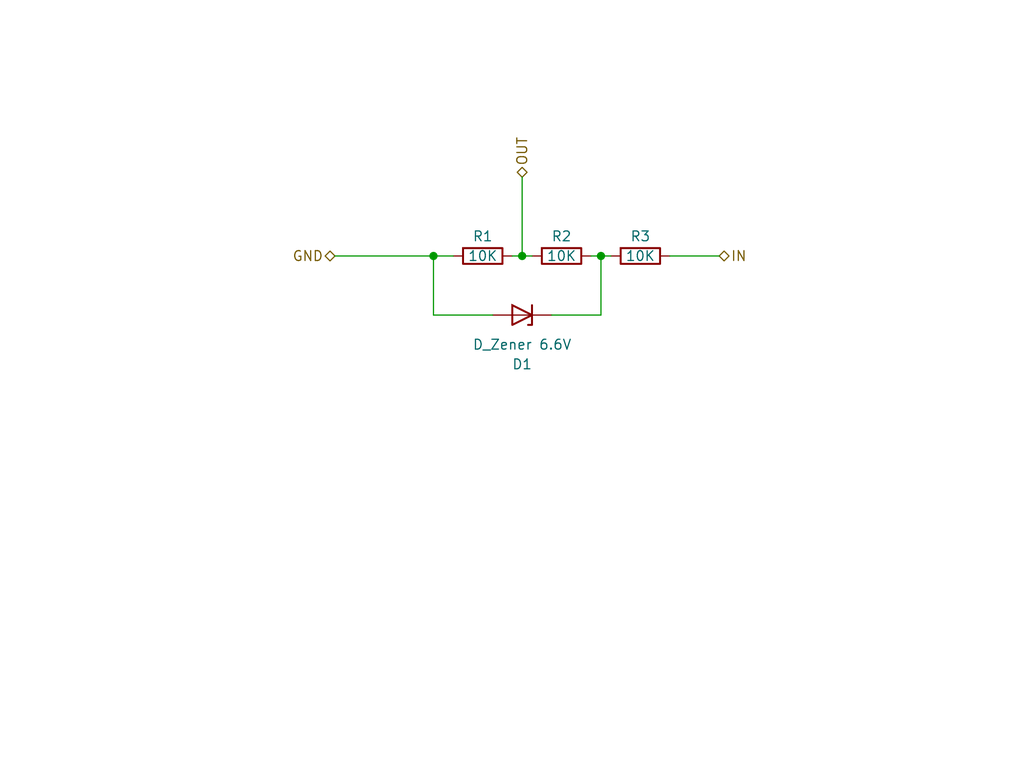
<source format=kicad_sch>
(kicad_sch (version 20231120) (generator "eeschema") (generator_version "8.0")
  (paper "User" 132.004 99.9998)
  (lib_symbols
    (symbol "Modular Shield:D_Zener" (pin_numbers hide) (pin_names (offset 1.016) hide)
      (property "Reference" "D" (at 0 2.54 0))
      (property "Value" "D_Zener" (at 0 -2.54 0))
      (symbol "D_Zener_0_1"
        (polyline (pts (xy 1.27 0) (xy -1.27 0)))
        (polyline (pts (xy -1.27 -1.27) (xy -1.27 1.27) (xy -0.762 1.27)) (stroke (width 0.254)))
        (polyline (pts (xy 1.27 -1.27) (xy 1.27 1.27) (xy -1.27 0) (xy 1.27 -1.27)) (stroke (width 0.254)))
      )
      (symbol "D_Zener_1_1"
        (pin passive line (at -3.81 0 0) (length 2.54) (name "K") (number "1"))
        (pin passive line (at 3.81 0 180) (length 2.54) (name "A") (number "2"))
      )
    )
    (symbol "Modular Shield:R" (pin_numbers hide) (pin_names (offset 0))
      (property "Reference" "R" (at 2.032 0 90))
      (property "Value" "R" (at 0 0 90))
      (symbol "R_0_1"
        (rectangle (start -1.016 -2.54) (end 1.016 2.54) (stroke (width 0.254)))
      )
      (symbol "R_1_1"
        (pin passive line (at 0 3.81 270) (length 1.27) (name "~") (number "1"))
        (pin passive line (at 0 -3.81 90) (length 1.27) (name "~") (number "2"))
      )
    )
  )
  (junction (at 55.88 33.02))
  (junction (at 77.47 33.02))
  (junction (at 67.31 33.02))
  (wire (pts (xy 66.04 33.02) (xy 67.31 33.02)))
  (wire (pts (xy 55.88 33.02) (xy 58.42 33.02)))
  (wire (pts (xy 77.47 40.64) (xy 77.47 33.02)))
  (wire (pts (xy 77.47 33.02) (xy 76.2 33.02)))
  (wire (pts (xy 55.88 40.64) (xy 55.88 33.02)))
  (wire (pts (xy 67.31 33.02) (xy 68.58 33.02)))
  (wire (pts (xy 78.74 33.02) (xy 77.47 33.02)))
  (wire (pts (xy 43.18 33.02) (xy 55.88 33.02)))
  (wire (pts (xy 63.5 40.64) (xy 55.88 40.64)))
  (wire (pts (xy 67.31 22.86) (xy 67.31 33.02)))
  (wire (pts (xy 71.12 40.64) (xy 77.47 40.64)))
  (wire (pts (xy 86.36 33.02) (xy 92.71 33.02)))
  (hierarchical_label "OUT" (shape bidirectional) (at 67.31 22.86 90))
  (hierarchical_label "IN" (shape bidirectional) (at 92.71 33.02 0))
  (hierarchical_label "GND" (shape bidirectional) (at 43.18 33.02 180))
  (symbol (lib_id "Modular Shield:R") (at 72.39 33.02 270) (unit 1)
    (property "Reference" "R9" (at 72.39 30.48 90))
    (property "Value" "10K" (at 72.39 33.02 90))
    (property "Footprint" "Modular Shield:R_0603_1608Metric" (effects (hide yes)))
    (property "LCSC" "C25804" (effects (hide yes)))
    (instances (project "Modular_hat_in_out" (path "" (reference "R2") (unit 1)) (path "" (reference "R6") (unit 1)) (path "" (reference "R9") (unit 1)) (path "" (reference "R12") (unit 1)) (path "" (reference "R15") (unit 1)) (path "" (reference "R18") (unit 1)) (path "" (reference "R21") (unit 1)) (path "" (reference "R24") (unit 1)) (path "" (reference "R27") (unit 1)) (path "" (reference "R30") (unit 1)) (path "" (reference "R33") (unit 1)) (path "" (reference "R36") (unit 1)) (path "" (reference "R39") (unit 1)) (path "" (reference "R42") (unit 1)) (path "" (reference "R45") (unit 1)) (path "" (reference "R48") (unit 1))))
  )
  (symbol (lib_id "Modular Shield:R") (at 82.55 33.02 270) (unit 1)
    (property "Reference" "R10" (at 82.55 30.48 90))
    (property "Value" "10K" (at 82.55 33.02 90))
    (property "Footprint" "Modular Shield:R_0603_1608Metric" (effects (hide yes)))
    (property "LCSC" "C25804" (effects (hide yes)))
    (instances (project "Modular_hat_in_out" (path "" (reference "R3") (unit 1)) (path "" (reference "R7") (unit 1)) (path "" (reference "R10") (unit 1)) (path "" (reference "R13") (unit 1)) (path "" (reference "R16") (unit 1)) (path "" (reference "R19") (unit 1)) (path "" (reference "R22") (unit 1)) (path "" (reference "R25") (unit 1)) (path "" (reference "R28") (unit 1)) (path "" (reference "R31") (unit 1)) (path "" (reference "R34") (unit 1)) (path "" (reference "R37") (unit 1)) (path "" (reference "R40") (unit 1)) (path "" (reference "R43") (unit 1)) (path "" (reference "R46") (unit 1)) (path "" (reference "R49") (unit 1))))
  )
  (symbol (lib_id "Modular Shield:R") (at 62.23 33.02 270) (unit 1)
    (property "Reference" "R8" (at 62.23 30.48 90))
    (property "Value" "10K" (at 62.23 33.02 90))
    (property "Footprint" "Modular Shield:R_0603_1608Metric" (effects (hide yes)))
    (property "LCSC" "C25804" (effects (hide yes)))
    (instances (project "Modular_hat_in_out" (path "" (reference "R1") (unit 1)) (path "" (reference "R5") (unit 1)) (path "" (reference "R8") (unit 1)) (path "" (reference "R11") (unit 1)) (path "" (reference "R14") (unit 1)) (path "" (reference "R17") (unit 1)) (path "" (reference "R20") (unit 1)) (path "" (reference "R23") (unit 1)) (path "" (reference "R26") (unit 1)) (path "" (reference "R29") (unit 1)) (path "" (reference "R32") (unit 1)) (path "" (reference "R35") (unit 1)) (path "" (reference "R38") (unit 1)) (path "" (reference "R41") (unit 1)) (path "" (reference "R44") (unit 1)) (path "" (reference "R47") (unit 1))))
  )
  (symbol (lib_id "Modular Shield:D_Zener") (at 67.31 40.64 180) (unit 1)
    (property "Reference" "D3" (at 67.31 46.99 0))
    (property "Value" "D_Zener 6.6V" (at 67.31 44.45 0))
    (property "Footprint" "Modular Shield:D_Z_0603_1608Metric" (effects (hide yes)))
    (property "LCSC" "C894569" (effects (hide yes)))
    (instances (project "Modular_hat_in_out" (path "" (reference "D1") (unit 1)) (path "" (reference "D2") (unit 1)) (path "" (reference "D3") (unit 1)) (path "" (reference "D4") (unit 1)) (path "" (reference "D5") (unit 1)) (path "" (reference "D6") (unit 1)) (path "" (reference "D7") (unit 1)) (path "" (reference "D8") (unit 1)) (path "" (reference "D9") (unit 1)) (path "" (reference "D10") (unit 1)) (path "" (reference "D11") (unit 1)) (path "" (reference "D12") (unit 1)) (path "" (reference "D13") (unit 1)) (path "" (reference "D14") (unit 1)) (path "" (reference "D15") (unit 1)) (path "" (reference "D16") (unit 1))))
  )
)
</source>
